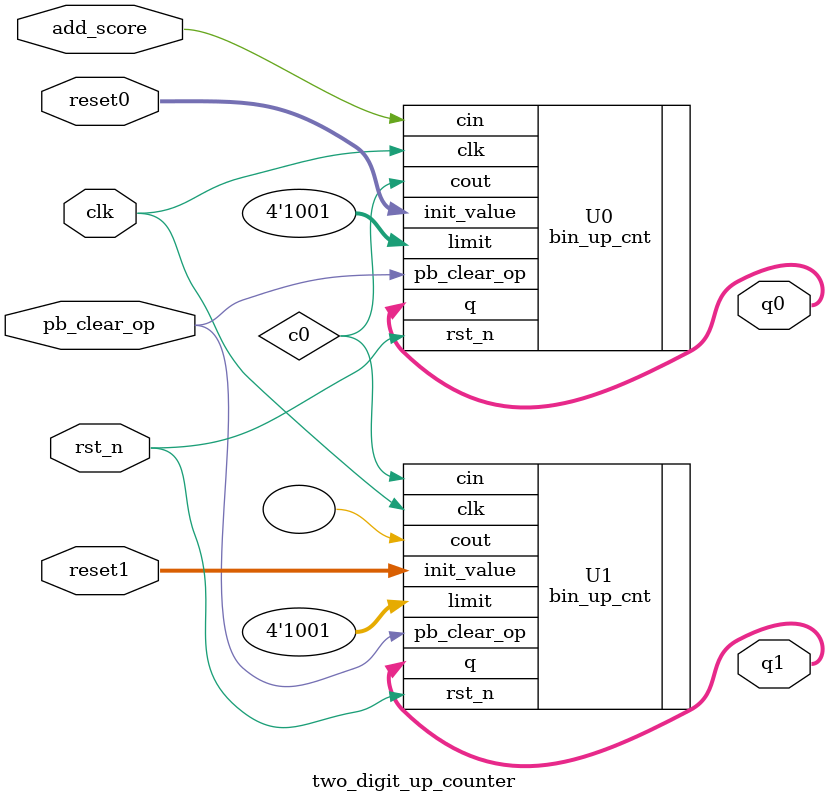
<source format=v>
module two_digit_up_counter(
    clk,
    rst_n,
    add_score, //when it's 1, it will let score add 1
    q1,
    q0,
    reset1,
    reset0,
    pb_clear_op
    );
    input clk;
    input rst_n;
    input add_score;
    input [3:0] reset1;
    input [3:0] reset0;
    input pb_clear_op;
    output [3:0] q1;
    output [3:0] q0;
    wire c0;
   
bin_up_cnt U0(
    .q(q0), //output number
    .clk(clk), //triggering clock
    .rst_n(rst_n), //active low reset
    .cin(add_score), //carry in
    .cout(c0), //carry out
    .limit(4'd9),
    .init_value(reset0),
    .pb_clear_op(pb_clear_op)
    );    
    
bin_up_cnt U1(
    .q(q1), //output number
    .clk(clk), //triggering clock
    .rst_n(rst_n), //active low reset
    .cin(c0), //carry in
    .cout(), //carry out
    .limit(4'd9),
    .init_value(reset1),
    .pb_clear_op(pb_clear_op)
    ); 
endmodule

</source>
